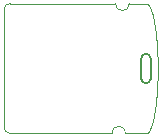
<source format=gm1>
G04 #@! TF.FileFunction,Profile,NP*
%FSLAX46Y46*%
G04 Gerber Fmt 4.6, Leading zero omitted, Abs format (unit mm)*
G04 Created by KiCad (PCBNEW 4.0.5) date 12/10/17 16:05:20*
%MOMM*%
%LPD*%
G01*
G04 APERTURE LIST*
%ADD10C,0.100000*%
%ADD11C,0.050000*%
%ADD12C,0.150000*%
G04 APERTURE END LIST*
D10*
D11*
X26100000Y-29000000D02*
G75*
G02X27300000Y-29000000I600000J0D01*
G01*
X27300000Y-29000000D02*
X29000000Y-29000000D01*
X26400000Y-18000000D02*
G75*
G03X27600000Y-18000000I600000J0D01*
G01*
X27600000Y-18000000D02*
X29000000Y-18000000D01*
D12*
X29400000Y-22650000D02*
X29400000Y-24350000D01*
X28600000Y-22650000D02*
X28600000Y-24350000D01*
X28600000Y-24350000D02*
G75*
G03X29400000Y-24350000I400000J0D01*
G01*
X29400000Y-22650000D02*
G75*
G03X28600000Y-22650000I-400000J0D01*
G01*
D11*
X17500000Y-18000000D02*
G75*
G03X17000000Y-18500000I0J-500000D01*
G01*
X17000000Y-28500000D02*
G75*
G03X17500000Y-29000000I500000J0D01*
G01*
X17000000Y-18500000D02*
X17000000Y-28500000D01*
X26400000Y-18000000D02*
X17500000Y-18000000D01*
X17500000Y-29000000D02*
X26100000Y-29000000D01*
X30000000Y-23500000D02*
X30000000Y-23370000D01*
X30000000Y-23370000D02*
X30000000Y-23230000D01*
X30000000Y-23230000D02*
X30000000Y-23100000D01*
X30000000Y-23100000D02*
X30000000Y-22960000D01*
X30000000Y-22960000D02*
X29990000Y-22830000D01*
X29990000Y-22830000D02*
X29990000Y-22690000D01*
X29990000Y-22690000D02*
X29990000Y-22560000D01*
X29990000Y-22560000D02*
X29980000Y-22430000D01*
X29980000Y-22430000D02*
X29980000Y-22290000D01*
X29980000Y-22290000D02*
X29970000Y-22160000D01*
X29970000Y-22160000D02*
X29960000Y-22030000D01*
X29960000Y-22030000D02*
X29960000Y-21900000D01*
X29960000Y-21900000D02*
X29950000Y-21770000D01*
X29950000Y-21770000D02*
X29940000Y-21650000D01*
X29940000Y-21650000D02*
X29930000Y-21520000D01*
X29930000Y-21520000D02*
X29920000Y-21400000D01*
X29920000Y-21400000D02*
X29910000Y-21270000D01*
X29910000Y-21270000D02*
X29900000Y-21150000D01*
X29900000Y-21150000D02*
X29890000Y-21030000D01*
X29890000Y-21030000D02*
X29880000Y-20910000D01*
X29880000Y-20910000D02*
X29870000Y-20790000D01*
X29870000Y-20790000D02*
X29860000Y-20670000D01*
X29860000Y-20670000D02*
X29840000Y-20560000D01*
X29840000Y-20560000D02*
X29830000Y-20440000D01*
X29830000Y-20440000D02*
X29820000Y-20330000D01*
X29820000Y-20330000D02*
X29800000Y-20220000D01*
X29800000Y-20220000D02*
X29790000Y-20120000D01*
X29790000Y-20120000D02*
X29770000Y-20010000D01*
X29770000Y-20010000D02*
X29760000Y-19910000D01*
X29760000Y-19910000D02*
X29740000Y-19810000D01*
X29740000Y-19810000D02*
X29720000Y-19710000D01*
X29720000Y-19710000D02*
X29710000Y-19610000D01*
X29710000Y-19610000D02*
X29690000Y-19520000D01*
X29690000Y-19520000D02*
X29670000Y-19420000D01*
X29670000Y-19420000D02*
X29650000Y-19340000D01*
X29650000Y-19340000D02*
X29630000Y-19250000D01*
X29630000Y-19250000D02*
X29620000Y-19160000D01*
X29620000Y-19160000D02*
X29600000Y-19080000D01*
X29600000Y-19080000D02*
X29580000Y-19000000D01*
X29580000Y-19000000D02*
X29560000Y-18930000D01*
X29560000Y-18930000D02*
X29530000Y-18850000D01*
X29530000Y-18850000D02*
X29510000Y-18780000D01*
X29510000Y-18780000D02*
X29490000Y-18710000D01*
X29490000Y-18710000D02*
X29470000Y-18650000D01*
X29470000Y-18650000D02*
X29450000Y-18590000D01*
X29450000Y-18590000D02*
X29430000Y-18530000D01*
X29430000Y-18530000D02*
X29410000Y-18470000D01*
X29410000Y-18470000D02*
X29380000Y-18420000D01*
X29380000Y-18420000D02*
X29360000Y-18370000D01*
X29360000Y-18370000D02*
X29340000Y-18320000D01*
X29340000Y-18320000D02*
X29310000Y-18280000D01*
X29310000Y-18280000D02*
X29290000Y-18240000D01*
X29290000Y-18240000D02*
X29270000Y-18200000D01*
X29270000Y-18200000D02*
X29240000Y-18160000D01*
X29240000Y-18160000D02*
X29220000Y-18130000D01*
X29220000Y-18130000D02*
X29200000Y-18110000D01*
X29200000Y-18110000D02*
X29170000Y-18080000D01*
X29170000Y-18080000D02*
X29150000Y-18060000D01*
X29150000Y-18060000D02*
X29120000Y-18040000D01*
X29120000Y-18040000D02*
X29100000Y-18030000D01*
X29100000Y-18030000D02*
X29070000Y-18010000D01*
X29070000Y-18010000D02*
X29050000Y-18010000D01*
X29050000Y-18010000D02*
X29020000Y-18000000D01*
X29020000Y-18000000D02*
X29000000Y-18000000D01*
X29000000Y-29000000D02*
X29020000Y-29000000D01*
X29020000Y-29000000D02*
X29050000Y-28990000D01*
X29050000Y-28990000D02*
X29070000Y-28990000D01*
X29070000Y-28990000D02*
X29100000Y-28970000D01*
X29100000Y-28970000D02*
X29120000Y-28960000D01*
X29120000Y-28960000D02*
X29150000Y-28940000D01*
X29150000Y-28940000D02*
X29170000Y-28920000D01*
X29170000Y-28920000D02*
X29200000Y-28890000D01*
X29200000Y-28890000D02*
X29220000Y-28870000D01*
X29220000Y-28870000D02*
X29240000Y-28840000D01*
X29240000Y-28840000D02*
X29270000Y-28800000D01*
X29270000Y-28800000D02*
X29290000Y-28760000D01*
X29290000Y-28760000D02*
X29310000Y-28720000D01*
X29310000Y-28720000D02*
X29340000Y-28680000D01*
X29340000Y-28680000D02*
X29360000Y-28630000D01*
X29360000Y-28630000D02*
X29380000Y-28580000D01*
X29380000Y-28580000D02*
X29410000Y-28530000D01*
X29410000Y-28530000D02*
X29430000Y-28470000D01*
X29430000Y-28470000D02*
X29450000Y-28410000D01*
X29450000Y-28410000D02*
X29470000Y-28350000D01*
X29470000Y-28350000D02*
X29490000Y-28290000D01*
X29490000Y-28290000D02*
X29510000Y-28220000D01*
X29510000Y-28220000D02*
X29530000Y-28150000D01*
X29530000Y-28150000D02*
X29560000Y-28070000D01*
X29560000Y-28070000D02*
X29580000Y-28000000D01*
X29580000Y-28000000D02*
X29600000Y-27920000D01*
X29600000Y-27920000D02*
X29620000Y-27840000D01*
X29620000Y-27840000D02*
X29630000Y-27750000D01*
X29630000Y-27750000D02*
X29650000Y-27660000D01*
X29650000Y-27660000D02*
X29670000Y-27580000D01*
X29670000Y-27580000D02*
X29690000Y-27480000D01*
X29690000Y-27480000D02*
X29710000Y-27390000D01*
X29710000Y-27390000D02*
X29720000Y-27290000D01*
X29720000Y-27290000D02*
X29740000Y-27190000D01*
X29740000Y-27190000D02*
X29760000Y-27090000D01*
X29760000Y-27090000D02*
X29770000Y-26990000D01*
X29770000Y-26990000D02*
X29790000Y-26880000D01*
X29790000Y-26880000D02*
X29800000Y-26780000D01*
X29800000Y-26780000D02*
X29820000Y-26670000D01*
X29820000Y-26670000D02*
X29830000Y-26560000D01*
X29830000Y-26560000D02*
X29840000Y-26440000D01*
X29840000Y-26440000D02*
X29860000Y-26330000D01*
X29860000Y-26330000D02*
X29870000Y-26210000D01*
X29870000Y-26210000D02*
X29880000Y-26090000D01*
X29880000Y-26090000D02*
X29890000Y-25970000D01*
X29890000Y-25970000D02*
X29900000Y-25850000D01*
X29900000Y-25850000D02*
X29910000Y-25730000D01*
X29910000Y-25730000D02*
X29920000Y-25600000D01*
X29920000Y-25600000D02*
X29930000Y-25480000D01*
X29930000Y-25480000D02*
X29940000Y-25350000D01*
X29940000Y-25350000D02*
X29950000Y-25230000D01*
X29950000Y-25230000D02*
X29960000Y-25100000D01*
X29960000Y-25100000D02*
X29960000Y-24970000D01*
X29960000Y-24970000D02*
X29970000Y-24840000D01*
X29970000Y-24840000D02*
X29980000Y-24710000D01*
X29980000Y-24710000D02*
X29980000Y-24570000D01*
X29980000Y-24570000D02*
X29990000Y-24440000D01*
X29990000Y-24440000D02*
X29990000Y-24310000D01*
X29990000Y-24310000D02*
X29990000Y-24170000D01*
X29990000Y-24170000D02*
X30000000Y-24040000D01*
X30000000Y-24040000D02*
X30000000Y-23900000D01*
X30000000Y-23900000D02*
X30000000Y-23770000D01*
X30000000Y-23770000D02*
X30000000Y-23630000D01*
X30000000Y-23630000D02*
X30000000Y-23500000D01*
M02*

</source>
